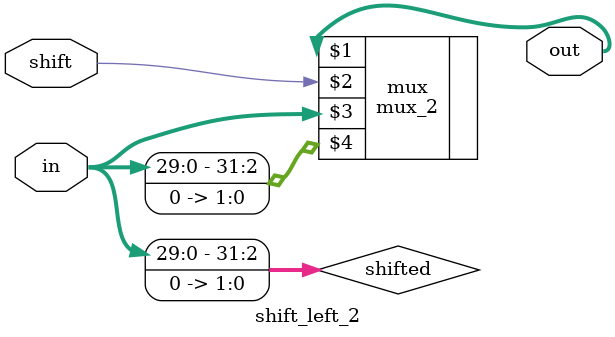
<source format=v>
module shift_left_2(
    output [31:0] out,
    input shift,
    input [31:0] in);

    wire [31:0] shifted;

    assign shifted[31:2] = in[29:0];
    assign shifted[1:0] = 1'b0;

    mux_2 mux(out, shift, in, shifted);
endmodule

</source>
